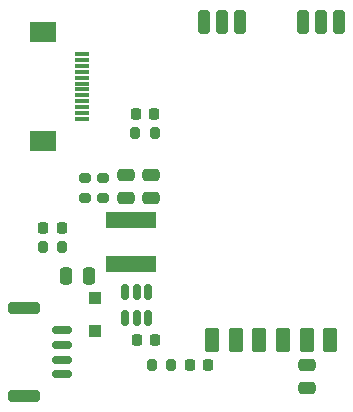
<source format=gtp>
G04 #@! TF.GenerationSoftware,KiCad,Pcbnew,7.0.7-7.0.7~ubuntu20.04.1*
G04 #@! TF.CreationDate,2024-03-24T22:46:20+02:00*
G04 #@! TF.ProjectId,rtl-module-breakout,72746c2d-6d6f-4647-956c-652d62726561,rev?*
G04 #@! TF.SameCoordinates,Original*
G04 #@! TF.FileFunction,Paste,Top*
G04 #@! TF.FilePolarity,Positive*
%FSLAX46Y46*%
G04 Gerber Fmt 4.6, Leading zero omitted, Abs format (unit mm)*
G04 Created by KiCad (PCBNEW 7.0.7-7.0.7~ubuntu20.04.1) date 2024-03-24 22:46:20*
%MOMM*%
%LPD*%
G01*
G04 APERTURE LIST*
G04 Aperture macros list*
%AMRoundRect*
0 Rectangle with rounded corners*
0 $1 Rounding radius*
0 $2 $3 $4 $5 $6 $7 $8 $9 X,Y pos of 4 corners*
0 Add a 4 corners polygon primitive as box body*
4,1,4,$2,$3,$4,$5,$6,$7,$8,$9,$2,$3,0*
0 Add four circle primitives for the rounded corners*
1,1,$1+$1,$2,$3*
1,1,$1+$1,$4,$5*
1,1,$1+$1,$6,$7*
1,1,$1+$1,$8,$9*
0 Add four rect primitives between the rounded corners*
20,1,$1+$1,$2,$3,$4,$5,0*
20,1,$1+$1,$4,$5,$6,$7,0*
20,1,$1+$1,$6,$7,$8,$9,0*
20,1,$1+$1,$8,$9,$2,$3,0*%
G04 Aperture macros list end*
%ADD10RoundRect,0.200000X-0.200000X-0.275000X0.200000X-0.275000X0.200000X0.275000X-0.200000X0.275000X0*%
%ADD11RoundRect,0.200000X-0.275000X0.200000X-0.275000X-0.200000X0.275000X-0.200000X0.275000X0.200000X0*%
%ADD12RoundRect,0.218750X-0.218750X-0.256250X0.218750X-0.256250X0.218750X0.256250X-0.218750X0.256250X0*%
%ADD13RoundRect,0.150000X-0.150000X0.512500X-0.150000X-0.512500X0.150000X-0.512500X0.150000X0.512500X0*%
%ADD14R,1.300000X0.300000*%
%ADD15R,2.200000X1.800000*%
%ADD16RoundRect,0.250000X0.475000X-0.250000X0.475000X0.250000X-0.475000X0.250000X-0.475000X-0.250000X0*%
%ADD17RoundRect,0.250000X-0.250000X-0.475000X0.250000X-0.475000X0.250000X0.475000X-0.250000X0.475000X0*%
%ADD18RoundRect,0.225000X-0.225000X-0.250000X0.225000X-0.250000X0.225000X0.250000X-0.225000X0.250000X0*%
%ADD19RoundRect,0.250000X-0.300000X0.300000X-0.300000X-0.300000X0.300000X-0.300000X0.300000X0.300000X0*%
%ADD20RoundRect,0.250000X-0.475000X0.250000X-0.475000X-0.250000X0.475000X-0.250000X0.475000X0.250000X0*%
%ADD21RoundRect,0.200000X0.200000X0.275000X-0.200000X0.275000X-0.200000X-0.275000X0.200000X-0.275000X0*%
%ADD22RoundRect,0.200000X0.275000X-0.200000X0.275000X0.200000X-0.275000X0.200000X-0.275000X-0.200000X0*%
%ADD23RoundRect,0.180000X0.420000X-0.820000X0.420000X0.820000X-0.420000X0.820000X-0.420000X-0.820000X0*%
%ADD24RoundRect,0.150000X0.350000X-0.850000X0.350000X0.850000X-0.350000X0.850000X-0.350000X-0.850000X0*%
%ADD25RoundRect,0.150000X-0.700000X0.150000X-0.700000X-0.150000X0.700000X-0.150000X0.700000X0.150000X0*%
%ADD26RoundRect,0.250000X-1.100000X0.250000X-1.100000X-0.250000X1.100000X-0.250000X1.100000X0.250000X0*%
%ADD27RoundRect,0.225000X0.225000X0.250000X-0.225000X0.250000X-0.225000X-0.250000X0.225000X-0.250000X0*%
%ADD28R,4.200000X1.400000*%
G04 APERTURE END LIST*
D10*
G04 #@! TO.C,R5*
X165550000Y-89100000D03*
X167200000Y-89100000D03*
G04 #@! TD*
D11*
G04 #@! TO.C,R4*
X169100000Y-83250000D03*
X169100000Y-84900000D03*
G04 #@! TD*
D12*
G04 #@! TO.C,D2*
X165612500Y-87500000D03*
X167187500Y-87500000D03*
G04 #@! TD*
D13*
G04 #@! TO.C,U3*
X174450000Y-92862500D03*
X173500000Y-92862500D03*
X172550000Y-92862500D03*
X172550000Y-95137500D03*
X173500000Y-95137500D03*
X174450000Y-95137500D03*
G04 #@! TD*
D14*
G04 #@! TO.C,J1*
X168850000Y-72750000D03*
X168850000Y-73250000D03*
X168850000Y-73750000D03*
X168850000Y-74250000D03*
X168850000Y-74750000D03*
X168850000Y-75250000D03*
X168850000Y-75750000D03*
X168850000Y-76250000D03*
X168850000Y-76750000D03*
X168850000Y-77250000D03*
X168850000Y-77750000D03*
X168850000Y-78250000D03*
D15*
X165600000Y-70850000D03*
X165600000Y-80150000D03*
G04 #@! TD*
D12*
G04 #@! TO.C,D1*
X178012500Y-99100000D03*
X179587500Y-99100000D03*
G04 #@! TD*
D16*
G04 #@! TO.C,C1*
X187900000Y-101000000D03*
X187900000Y-99100000D03*
G04 #@! TD*
D17*
G04 #@! TO.C,C2*
X167550000Y-91500000D03*
X169450000Y-91500000D03*
G04 #@! TD*
D18*
G04 #@! TO.C,C3*
X173525000Y-97000000D03*
X175075000Y-97000000D03*
G04 #@! TD*
D10*
G04 #@! TO.C,R6*
X173375000Y-79400000D03*
X175025000Y-79400000D03*
G04 #@! TD*
D19*
G04 #@! TO.C,D3*
X170000000Y-93400000D03*
X170000000Y-96200000D03*
G04 #@! TD*
D20*
G04 #@! TO.C,C5*
X174700000Y-83025000D03*
X174700000Y-84925000D03*
G04 #@! TD*
D21*
G04 #@! TO.C,R2*
X176450000Y-99100000D03*
X174800000Y-99100000D03*
G04 #@! TD*
D22*
G04 #@! TO.C,R3*
X170700000Y-84925000D03*
X170700000Y-83275000D03*
G04 #@! TD*
D23*
G04 #@! TO.C,U1*
X189900000Y-97000000D03*
X187900000Y-97000000D03*
X185900000Y-97000000D03*
X183900000Y-97000000D03*
X181900000Y-97000000D03*
X179900000Y-97000000D03*
D24*
X179250000Y-70000000D03*
X180750000Y-70000000D03*
X182250000Y-70000000D03*
X187600000Y-70000000D03*
X189100000Y-70000000D03*
X190600000Y-70000000D03*
G04 #@! TD*
D20*
G04 #@! TO.C,C4*
X172600000Y-83025000D03*
X172600000Y-84925000D03*
G04 #@! TD*
D25*
G04 #@! TO.C,J3*
X167200000Y-96125000D03*
X167200000Y-97375000D03*
X167200000Y-98625000D03*
X167200000Y-99875000D03*
D26*
X164000000Y-94275000D03*
X164000000Y-101725000D03*
G04 #@! TD*
D27*
G04 #@! TO.C,C6*
X175000000Y-77800000D03*
X173450000Y-77800000D03*
G04 #@! TD*
D28*
G04 #@! TO.C,L1*
X173000000Y-90500000D03*
X173000000Y-86800000D03*
G04 #@! TD*
M02*

</source>
